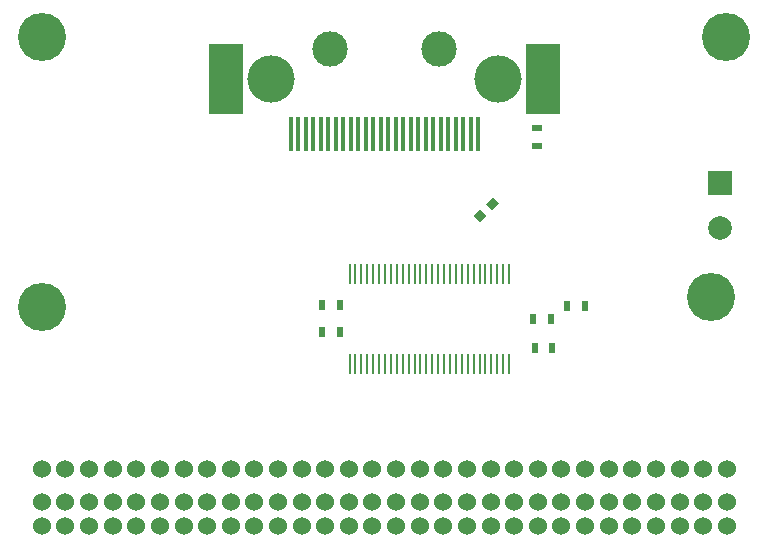
<source format=gts>
G04 #@! TF.FileFunction,Soldermask,Top*
%FSLAX46Y46*%
G04 Gerber Fmt 4.6, Leading zero omitted, Abs format (unit mm)*
G04 Created by KiCad (PCBNEW (2015-02-18 BZR 5430)-product) date 2015年02月19日 星期四 19时51分06秒*
%MOMM*%
G01*
G04 APERTURE LIST*
%ADD10C,0.150000*%
%ADD11C,1.524000*%
%ADD12C,3.000000*%
%ADD13C,4.000000*%
%ADD14R,3.000000X6.000000*%
%ADD15R,0.335000X3.000000*%
%ADD16R,0.900000X0.500000*%
%ADD17R,0.500000X0.900000*%
%ADD18R,0.270000X1.750000*%
%ADD19C,4.064000*%
%ADD20R,2.000000X2.000000*%
%ADD21C,2.000000*%
G04 APERTURE END LIST*
D10*
G36*
X123657992Y-48957338D02*
X123127662Y-48427008D01*
X123693348Y-47861322D01*
X124223678Y-48391652D01*
X123657992Y-48957338D01*
X123657992Y-48957338D01*
G37*
G36*
X124718652Y-47896678D02*
X124188322Y-47366348D01*
X124754008Y-46800662D01*
X125284338Y-47330992D01*
X124718652Y-47896678D01*
X124718652Y-47896678D01*
G37*
D11*
X144570000Y-69850000D03*
X142570000Y-69850000D03*
X140570000Y-69850000D03*
X138570000Y-69850000D03*
X136570000Y-69850000D03*
X134570000Y-69850000D03*
X132570000Y-69850000D03*
X130570000Y-69850000D03*
X128570000Y-69850000D03*
X126570000Y-69850000D03*
X124570000Y-69850000D03*
X122570000Y-69850000D03*
X120570000Y-69850000D03*
X118570000Y-69850000D03*
X116570000Y-69850000D03*
X114570000Y-69850000D03*
X112570000Y-69850000D03*
X110570000Y-69850000D03*
X108570000Y-69850000D03*
X106570000Y-69850000D03*
X104570000Y-69850000D03*
X102570000Y-69850000D03*
X100570000Y-69850000D03*
X98570000Y-69850000D03*
X96570000Y-69850000D03*
X94570000Y-69850000D03*
X92570000Y-69850000D03*
X90570000Y-69850000D03*
X88570000Y-69850000D03*
X86570000Y-69850000D03*
D12*
X120170000Y-34290000D03*
D13*
X125170000Y-36790000D03*
D14*
X128970000Y-36790000D03*
D15*
X116522500Y-41490000D03*
X115887500Y-41490000D03*
X117157500Y-41490000D03*
X117792500Y-41490000D03*
X120332400Y-41490000D03*
X119697500Y-41490000D03*
X118427500Y-41490000D03*
X119062400Y-41490000D03*
X122237500Y-41490000D03*
X121602500Y-41490000D03*
X122872500Y-41490000D03*
X123507500Y-41490000D03*
X120967500Y-41490000D03*
X112712500Y-41490000D03*
X115252500Y-41490000D03*
X114617600Y-41490000D03*
X113347500Y-41490000D03*
X113982500Y-41490000D03*
X110807500Y-41490000D03*
X110172500Y-41490000D03*
X111442600Y-41490000D03*
X112077500Y-41490000D03*
X109537500Y-41490000D03*
X108902500Y-41490000D03*
X107632500Y-41490000D03*
X108267500Y-41490000D03*
D14*
X102170000Y-36790000D03*
D13*
X105970000Y-36790000D03*
D12*
X110970000Y-34290000D03*
D16*
X128500000Y-41000000D03*
X128500000Y-42500000D03*
D17*
X111824200Y-55981600D03*
X110324200Y-55981600D03*
X111811500Y-58229500D03*
X110311500Y-58229500D03*
X129802320Y-59557920D03*
X128302320Y-59557920D03*
X129680400Y-57124600D03*
X128180400Y-57124600D03*
X132573460Y-56047640D03*
X131073460Y-56047640D03*
D18*
X125630000Y-60975000D03*
X126130000Y-60975000D03*
X125130000Y-60975000D03*
X124630000Y-60975000D03*
X122630000Y-60975000D03*
X123130000Y-60975000D03*
X124130000Y-60975000D03*
X123630000Y-60975000D03*
X119630000Y-60975000D03*
X120130000Y-60975000D03*
X119130000Y-60975000D03*
X118630000Y-60975000D03*
X120630000Y-60975000D03*
X121130000Y-60975000D03*
X122130000Y-60975000D03*
X121630000Y-60975000D03*
X113630000Y-60975000D03*
X114130000Y-60975000D03*
X113130000Y-60975000D03*
X112630000Y-60975000D03*
X115630000Y-60975000D03*
X116130000Y-60975000D03*
X115130000Y-60975000D03*
X114630000Y-60975000D03*
X116630000Y-60975000D03*
X117130000Y-60975000D03*
X118130000Y-60975000D03*
X117630000Y-60975000D03*
X117630000Y-53325000D03*
X118130000Y-53325000D03*
X117130000Y-53325000D03*
X116630000Y-53325000D03*
X114630000Y-53325000D03*
X115130000Y-53325000D03*
X116130000Y-53325000D03*
X115630000Y-53325000D03*
X112630000Y-53325000D03*
X113130000Y-53325000D03*
X114130000Y-53325000D03*
X113630000Y-53325000D03*
X121630000Y-53325000D03*
X122130000Y-53325000D03*
X121130000Y-53325000D03*
X120630000Y-53325000D03*
X118630000Y-53325000D03*
X119130000Y-53325000D03*
X120130000Y-53325000D03*
X119630000Y-53325000D03*
X123630000Y-53325000D03*
X124130000Y-53325000D03*
X123130000Y-53325000D03*
X122630000Y-53325000D03*
X124630000Y-53325000D03*
X125130000Y-53325000D03*
X126130000Y-53325000D03*
X125630000Y-53325000D03*
D19*
X144526000Y-33274000D03*
X86614000Y-33274000D03*
D20*
X143954500Y-45593000D03*
D21*
X143954500Y-49403000D03*
D19*
X86614000Y-56134000D03*
X143256000Y-55245000D03*
D11*
X86570000Y-74660000D03*
X86570000Y-72660000D03*
X88570000Y-74660000D03*
X88570000Y-72660000D03*
X90570000Y-74660000D03*
X90570000Y-72660000D03*
X92570000Y-74660000D03*
X92570000Y-72660000D03*
X94570000Y-74660000D03*
X94570000Y-72660000D03*
X96570000Y-74660000D03*
X96570000Y-72660000D03*
X98570000Y-74660000D03*
X98570000Y-72660000D03*
X100570000Y-74660000D03*
X100570000Y-72660000D03*
X102570000Y-74660000D03*
X102570000Y-72660000D03*
X104570000Y-74660000D03*
X104570000Y-72660000D03*
X106570000Y-74660000D03*
X106570000Y-72660000D03*
X108570000Y-74660000D03*
X108570000Y-72660000D03*
X110570000Y-74660000D03*
X110570000Y-72660000D03*
X112570000Y-74660000D03*
X112570000Y-72660000D03*
X114570000Y-74660000D03*
X114570000Y-72660000D03*
X116570000Y-74660000D03*
X116570000Y-72660000D03*
X118570000Y-74660000D03*
X118570000Y-72660000D03*
X120570000Y-74660000D03*
X120570000Y-72660000D03*
X122570000Y-74660000D03*
X122570000Y-72660000D03*
X124570000Y-74660000D03*
X124570000Y-72660000D03*
X126570000Y-74660000D03*
X126570000Y-72660000D03*
X128570000Y-74660000D03*
X128570000Y-72660000D03*
X130570000Y-74660000D03*
X130570000Y-72660000D03*
X132570000Y-74660000D03*
X132570000Y-72660000D03*
X134570000Y-74660000D03*
X134570000Y-72660000D03*
X136570000Y-74660000D03*
X136570000Y-72660000D03*
X138570000Y-74660000D03*
X138570000Y-72660000D03*
X140570000Y-74660000D03*
X140570000Y-72660000D03*
X142570000Y-74660000D03*
X142570000Y-72660000D03*
X144570000Y-74660000D03*
X144570000Y-72660000D03*
M02*

</source>
